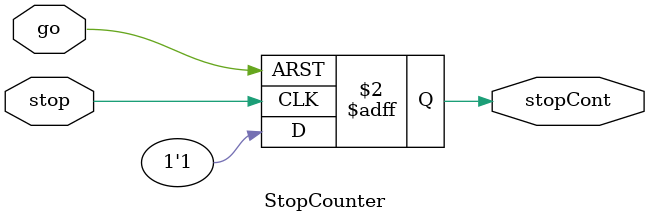
<source format=sv>
module StopCounter (	input logic stop, go,
							output logic stopCont);


always_ff @(posedge stop or posedge go) begin

	if(go)begin
				stopCont <= 0;
		end

	else if (stop) stopCont <= 1;

end

endmodule 
</source>
